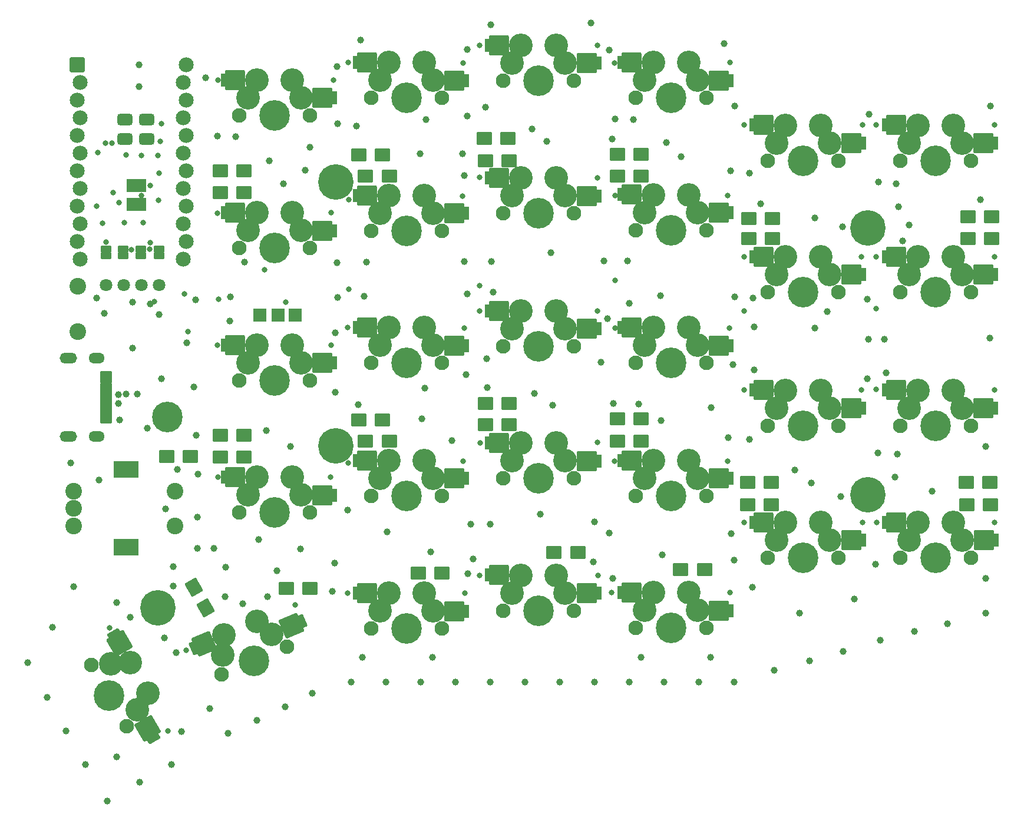
<source format=gts>
G04 #@! TF.GenerationSoftware,KiCad,Pcbnew,9.0.0*
G04 #@! TF.CreationDate,2025-03-10T16:50:29+08:00*
G04 #@! TF.ProjectId,SofleKeyboard,536f666c-654b-4657-9962-6f6172642e6b,rev?*
G04 #@! TF.SameCoordinates,Original*
G04 #@! TF.FileFunction,Soldermask,Top*
G04 #@! TF.FilePolarity,Negative*
%FSLAX46Y46*%
G04 Gerber Fmt 4.6, Leading zero omitted, Abs format (unit mm)*
G04 Created by KiCad (PCBNEW 9.0.0) date 2025-03-10 16:50:29*
%MOMM*%
%LPD*%
G01*
G04 APERTURE LIST*
G04 Aperture macros list*
%AMRoundRect*
0 Rectangle with rounded corners*
0 $1 Rounding radius*
0 $2 $3 $4 $5 $6 $7 $8 $9 X,Y pos of 4 corners*
0 Add a 4 corners polygon primitive as box body*
4,1,4,$2,$3,$4,$5,$6,$7,$8,$9,$2,$3,0*
0 Add four circle primitives for the rounded corners*
1,1,$1+$1,$2,$3*
1,1,$1+$1,$4,$5*
1,1,$1+$1,$6,$7*
1,1,$1+$1,$8,$9*
0 Add four rect primitives between the rounded corners*
20,1,$1+$1,$2,$3,$4,$5,0*
20,1,$1+$1,$4,$5,$6,$7,0*
20,1,$1+$1,$6,$7,$8,$9,0*
20,1,$1+$1,$8,$9,$2,$3,0*%
%AMFreePoly0*
4,1,45,2.776539,1.434775,2.811894,1.420130,2.884485,1.368623,2.920130,1.311894,2.934775,1.276539,2.950000,1.200000,2.950000,-0.800000,2.934775,-0.876539,2.920130,-0.911894,2.868623,-0.984485,2.862166,-0.990013,2.854546,-0.996261,2.838675,-1.008013,2.238675,-1.408013,2.185689,-1.433022,2.157954,-1.441419,2.100000,-1.450000,0.300000,-1.450000,0.223461,-1.434775,0.188106,-1.420130,
0.115515,-1.368623,0.079870,-1.311894,0.065225,-1.276539,0.050000,-1.200000,0.050000,-0.950000,-0.350000,-0.950000,-0.436777,-0.930194,-0.506366,-0.874698,-0.544986,-0.794504,-0.550000,-0.750000,-0.550000,0.750000,-0.530194,0.836777,-0.474698,0.906366,-0.394504,0.944986,-0.350000,0.950000,0.050000,0.950000,0.050000,1.200000,0.065225,1.276539,0.079870,1.311894,0.131377,1.384485,
0.188106,1.420130,0.223461,1.434775,0.300000,1.450000,2.700000,1.450000,2.776539,1.434775,2.776539,1.434775,$1*%
%AMFreePoly1*
4,1,41,-0.323461,1.434775,-0.288106,1.420130,-0.215515,1.368623,-0.179870,1.311894,-0.165225,1.276539,-0.150000,1.200000,-0.150000,0.950000,0.350000,0.950000,0.436777,0.930194,0.506366,0.874698,0.544986,0.794504,0.550000,0.750000,0.550000,-0.750000,0.530194,-0.836777,0.474698,-0.906366,0.394504,-0.944986,0.350000,-0.950000,-0.150000,-0.950000,-0.150000,-1.200000,-0.165225,-1.276539,
-0.179870,-1.311894,-0.231377,-1.384485,-0.288106,-1.420130,-0.323461,-1.434775,-0.400000,-1.450000,-2.800000,-1.450000,-2.876539,-1.434775,-2.911894,-1.420130,-2.984485,-1.368623,-3.020130,-1.311894,-3.034775,-1.276539,-3.050000,-1.200000,-3.050000,1.200000,-3.034775,1.276539,-3.020130,1.311894,-2.968623,1.384485,-2.911894,1.420130,-2.876539,1.434775,-2.800000,1.450000,-0.400000,1.450000,
-0.323461,1.434775,-0.323461,1.434775,$1*%
%AMFreePoly2*
4,1,23,0.586777,0.930194,0.656366,0.874698,0.666410,0.860940,1.166410,0.110940,1.198065,0.027751,1.190491,-0.060935,1.166410,-0.110940,0.666410,-0.860940,0.601795,-0.922156,0.517019,-0.949275,0.500000,-0.950000,-0.500000,-0.950000,-0.586777,-0.930194,-0.656366,-0.874698,-0.694986,-0.794504,-0.700000,-0.750000,-0.700000,0.750000,-0.680194,0.836777,-0.624698,0.906366,-0.544504,0.944986,
-0.500000,0.950000,0.500000,0.950000,0.586777,0.930194,0.586777,0.930194,$1*%
%AMFreePoly3*
4,1,24,0.586777,0.930194,0.656366,0.874698,0.694986,0.794504,0.700000,0.750000,0.700000,-0.750000,0.680194,-0.836777,0.624698,-0.906366,0.544504,-0.944986,0.500000,-0.950000,-0.650000,-0.950000,-0.736777,-0.930194,-0.806366,-0.874698,-0.844986,-0.794504,-0.844986,-0.705496,-0.816410,-0.639060,-0.390370,0.000000,-0.816410,0.639060,-0.848065,0.722249,-0.840491,0.810935,-0.795188,0.887551,
-0.721129,0.936924,-0.650000,0.950000,0.500000,0.950000,0.586777,0.930194,0.586777,0.930194,$1*%
G04 Aperture macros list end*
%ADD10C,5.100000*%
%ADD11RoundRect,0.200000X-0.876300X0.876300X-0.876300X-0.876300X0.876300X-0.876300X0.876300X0.876300X0*%
%ADD12C,2.152600*%
%ADD13RoundRect,0.200000X0.571500X-0.317500X0.571500X0.317500X-0.571500X0.317500X-0.571500X-0.317500X0*%
%ADD14RoundRect,0.200000X-0.900000X-0.750000X0.900000X-0.750000X0.900000X0.750000X-0.900000X0.750000X0*%
%ADD15RoundRect,0.200000X-1.099519X0.404423X-0.199519X-1.154423X1.099519X-0.404423X0.199519X1.154423X0*%
%ADD16C,2.100000*%
%ADD17C,3.400000*%
%ADD18C,4.400000*%
%ADD19FreePoly0,0.000000*%
%ADD20FreePoly1,0.000000*%
%ADD21FreePoly0,300.000000*%
%ADD22FreePoly1,300.000000*%
%ADD23FreePoly0,23.000000*%
%ADD24FreePoly1,23.000000*%
%ADD25RoundRect,0.200000X-0.762000X-0.762000X0.762000X-0.762000X0.762000X0.762000X-0.762000X0.762000X0*%
%ADD26RoundRect,0.200000X-0.762000X0.762000X-0.762000X-0.762000X0.762000X-0.762000X0.762000X0.762000X0*%
%ADD27C,1.797000*%
%ADD28C,2.400000*%
%ADD29RoundRect,0.200000X-1.600000X-1.000000X1.600000X-1.000000X1.600000X1.000000X-1.600000X1.000000X0*%
%ADD30FreePoly2,180.000000*%
%ADD31FreePoly3,180.000000*%
%ADD32FreePoly2,0.000000*%
%ADD33FreePoly3,0.000000*%
%ADD34RoundRect,0.200000X-0.650000X0.300000X-0.650000X-0.300000X0.650000X-0.300000X0.650000X0.300000X0*%
%ADD35RoundRect,0.200000X-0.650000X0.150000X-0.650000X-0.150000X0.650000X-0.150000X0.650000X0.150000X0*%
%ADD36O,2.300000X1.500000*%
%ADD37O,2.500000X1.500000*%
%ADD38RoundRect,0.330000X-0.745000X0.495000X-0.745000X-0.495000X0.745000X-0.495000X0.745000X0.495000X0*%
%ADD39C,0.800000*%
%ADD40C,1.000000*%
G04 APERTURE END LIST*
D10*
X129300000Y-59600000D03*
X205800000Y-66210000D03*
X205800000Y-104510000D03*
X103800000Y-120810000D03*
D11*
X92151400Y-42740000D03*
D12*
X92608600Y-45280000D03*
X92151400Y-47820000D03*
X92608600Y-50360000D03*
X92151400Y-52900000D03*
X92608600Y-55440000D03*
X92151400Y-57980000D03*
X92608600Y-60520000D03*
X92151400Y-63060000D03*
X92608600Y-65600000D03*
X92151400Y-68140000D03*
X92608600Y-70680000D03*
X107391400Y-70680000D03*
X107848600Y-68140000D03*
X107391400Y-65600000D03*
X107848600Y-63060000D03*
X107391400Y-60520000D03*
X107848600Y-57980000D03*
X107391400Y-55440000D03*
X107848600Y-52900000D03*
X107391400Y-50360000D03*
X107848600Y-47820000D03*
X107391400Y-45280000D03*
X107848600Y-42740000D03*
D13*
X103900000Y-70200380D03*
X103900000Y-69199620D03*
X101300000Y-70200380D03*
X101300000Y-69199620D03*
X98800000Y-70200380D03*
X98800000Y-69199620D03*
D14*
X112700000Y-58000000D03*
X116100000Y-58000000D03*
X132600000Y-55700000D03*
X136000000Y-55700000D03*
X150700000Y-53300000D03*
X154100000Y-53300000D03*
X169800000Y-55600000D03*
X173200000Y-55600000D03*
X188700000Y-64800000D03*
X192100000Y-64800000D03*
X220200000Y-64600000D03*
X223600000Y-64600000D03*
X112700000Y-61100000D03*
X116100000Y-61100000D03*
X133600000Y-58700000D03*
X137000000Y-58700000D03*
X150800000Y-56500000D03*
X154200000Y-56500000D03*
X169800000Y-58700000D03*
X173200000Y-58700000D03*
X188700000Y-67700000D03*
X192100000Y-67700000D03*
X220200000Y-67700000D03*
X223600000Y-67700000D03*
X112700000Y-96000000D03*
X116100000Y-96000000D03*
X132600000Y-93800000D03*
X136000000Y-93800000D03*
X150800000Y-91400000D03*
X154200000Y-91400000D03*
X169800000Y-93600000D03*
X173200000Y-93600000D03*
X188500000Y-102800000D03*
X191900000Y-102800000D03*
X219900000Y-102800000D03*
X223300000Y-102800000D03*
X112700000Y-99100000D03*
X116100000Y-99100000D03*
X133600000Y-96800000D03*
X137000000Y-96800000D03*
X150800000Y-94500000D03*
X154200000Y-94500000D03*
X169800000Y-96800000D03*
X173200000Y-96800000D03*
X188500000Y-106000000D03*
X191900000Y-106000000D03*
X220000000Y-106000000D03*
X223400000Y-106000000D03*
X105000000Y-99010000D03*
X108400000Y-99010000D03*
D15*
X108950000Y-117827757D03*
X110650000Y-120772243D03*
D14*
X122200000Y-118000000D03*
X125600000Y-118000000D03*
X141200000Y-115800000D03*
X144600000Y-115800000D03*
X160700000Y-112810000D03*
X164100000Y-112810000D03*
D16*
X115420000Y-50000000D03*
D17*
X116690000Y-47459999D03*
X117960000Y-44920000D03*
D18*
X120500000Y-50000000D03*
D17*
X123040000Y-44920000D03*
X124310000Y-47460000D03*
D16*
X125580000Y-50000000D03*
D19*
X113300000Y-44900000D03*
D20*
X129000000Y-47500000D03*
D16*
X115420000Y-69100000D03*
D17*
X116690000Y-66559999D03*
X117960000Y-64020000D03*
D18*
X120500000Y-69100000D03*
D17*
X123040000Y-64020000D03*
X124310000Y-66560000D03*
D16*
X125580000Y-69100000D03*
D19*
X113300000Y-64000000D03*
D20*
X129000000Y-66600000D03*
D16*
X115420000Y-88100000D03*
D17*
X116690000Y-85559999D03*
X117960000Y-83020000D03*
D18*
X120500000Y-88100000D03*
D17*
X123040000Y-83020000D03*
X124310000Y-85560000D03*
D16*
X125580000Y-88100000D03*
D19*
X113300000Y-83000000D03*
D20*
X129000000Y-85600000D03*
D16*
X115420000Y-107100000D03*
D17*
X116690000Y-104559999D03*
X117960000Y-102020000D03*
D18*
X120500000Y-107100000D03*
D17*
X123040000Y-102020000D03*
X124310000Y-104560000D03*
D16*
X125580000Y-107100000D03*
D19*
X113300000Y-102000000D03*
D20*
X129000000Y-104600000D03*
D16*
X94160000Y-129010591D03*
D17*
X96994705Y-128840443D03*
X99829409Y-128670295D03*
D18*
X96700000Y-133410000D03*
D17*
X102369409Y-133069705D03*
X100804705Y-135439557D03*
D16*
X99240000Y-137809409D03*
D21*
X97516730Y-124624617D03*
D22*
X103115064Y-139521216D03*
D16*
X112923835Y-130384914D03*
D17*
X113100419Y-127550602D03*
X113277004Y-124716292D03*
D18*
X117600000Y-128400000D03*
D17*
X117953168Y-122731378D03*
X120114666Y-124573232D03*
D16*
X122276165Y-126415086D03*
D23*
X108979636Y-126518689D03*
D24*
X124447463Y-122777523D03*
D16*
X134420000Y-123800000D03*
D17*
X135690000Y-121259999D03*
X136960000Y-118720000D03*
D18*
X139500000Y-123800000D03*
D17*
X142040000Y-118720000D03*
X143310000Y-121260000D03*
D16*
X144580000Y-123800000D03*
D19*
X132300000Y-118700000D03*
D20*
X148000000Y-121300000D03*
D16*
X153420000Y-121200000D03*
D17*
X154690000Y-118659999D03*
X155960000Y-116120000D03*
D18*
X158500000Y-121200000D03*
D17*
X161040000Y-116120000D03*
X162310000Y-118660000D03*
D16*
X163580000Y-121200000D03*
D19*
X151300000Y-116100000D03*
D20*
X167000000Y-118700000D03*
D13*
X96300000Y-70200380D03*
X96300000Y-69199620D03*
D25*
X123500000Y-78710000D03*
D26*
X121000000Y-78710000D03*
X118400000Y-78710000D03*
D27*
X96300000Y-74410000D03*
X98840000Y-74410000D03*
X101380000Y-74410000D03*
X103920000Y-74410000D03*
D14*
X178900000Y-115310000D03*
X182300000Y-115310000D03*
D18*
X105130000Y-93336000D03*
D16*
X134420000Y-85600000D03*
D17*
X135690000Y-83059999D03*
X136960000Y-80520000D03*
D18*
X139500000Y-85600000D03*
D17*
X142040000Y-80520000D03*
X143310000Y-83060000D03*
D16*
X144580000Y-85600000D03*
D19*
X132300000Y-80500000D03*
D20*
X148000000Y-83100000D03*
D16*
X134420000Y-104700000D03*
D17*
X135690000Y-102159999D03*
X136960000Y-99620000D03*
D18*
X139500000Y-104700000D03*
D17*
X142040000Y-99620000D03*
X143310000Y-102160000D03*
D16*
X144580000Y-104700000D03*
D19*
X132300000Y-99600000D03*
D20*
X148000000Y-102200000D03*
D16*
X134420000Y-66600000D03*
D17*
X135690000Y-64059999D03*
X136960000Y-61520000D03*
D18*
X139500000Y-66600000D03*
D17*
X142040000Y-61520000D03*
X143310000Y-64060000D03*
D16*
X144580000Y-66600000D03*
D19*
X132300000Y-61500000D03*
D20*
X148000000Y-64100000D03*
D16*
X134420000Y-47500000D03*
D17*
X135690000Y-44959999D03*
X136960000Y-42420000D03*
D18*
X139500000Y-47500000D03*
D17*
X142040000Y-42420000D03*
X143310000Y-44960000D03*
D16*
X144580000Y-47500000D03*
D19*
X132300000Y-42400000D03*
D20*
X148000000Y-45000000D03*
D16*
X153420000Y-83200000D03*
D17*
X154690000Y-80659999D03*
X155960000Y-78120000D03*
D18*
X158500000Y-83200000D03*
D17*
X161040000Y-78120000D03*
X162310000Y-80660000D03*
D16*
X163580000Y-83200000D03*
D19*
X151300000Y-78100000D03*
D20*
X167000000Y-80700000D03*
D16*
X153420000Y-45010000D03*
D17*
X154690000Y-42469999D03*
X155960000Y-39930000D03*
D18*
X158500000Y-45010000D03*
D17*
X161040000Y-39930000D03*
X162310000Y-42470000D03*
D16*
X163580000Y-45010000D03*
D19*
X151300000Y-39910000D03*
D20*
X167000000Y-42510000D03*
D16*
X153420000Y-64100000D03*
D17*
X154690000Y-61559999D03*
X155960000Y-59020000D03*
D18*
X158500000Y-64100000D03*
D17*
X161040000Y-59020000D03*
X162310000Y-61560000D03*
D16*
X163580000Y-64100000D03*
D19*
X151300000Y-59000000D03*
D20*
X167000000Y-61600000D03*
D16*
X153420000Y-102200000D03*
D17*
X154690000Y-99659999D03*
X155960000Y-97120000D03*
D18*
X158500000Y-102200000D03*
D17*
X161040000Y-97120000D03*
X162310000Y-99660000D03*
D16*
X163580000Y-102200000D03*
D19*
X151300000Y-97100000D03*
D20*
X167000000Y-99700000D03*
D16*
X172420000Y-104700000D03*
D17*
X173690000Y-102159999D03*
X174960000Y-99620000D03*
D18*
X177500000Y-104700000D03*
D17*
X180040000Y-99620000D03*
X181310000Y-102160000D03*
D16*
X182580000Y-104700000D03*
D19*
X170300000Y-99600000D03*
D20*
X186000000Y-102200000D03*
D16*
X172420000Y-66500000D03*
D17*
X173690000Y-63959999D03*
X174960000Y-61420000D03*
D18*
X177500000Y-66500000D03*
D17*
X180040000Y-61420000D03*
X181310000Y-63960000D03*
D16*
X182580000Y-66500000D03*
D19*
X170300000Y-61400000D03*
D20*
X186000000Y-64000000D03*
D16*
X172420000Y-123700000D03*
D17*
X173690000Y-121159999D03*
X174960000Y-118620000D03*
D18*
X177500000Y-123700000D03*
D17*
X180040000Y-118620000D03*
X181310000Y-121160000D03*
D16*
X182580000Y-123700000D03*
D19*
X170300000Y-118600000D03*
D20*
X186000000Y-121200000D03*
D16*
X172420000Y-85600000D03*
D17*
X173690000Y-83059999D03*
X174960000Y-80520000D03*
D18*
X177500000Y-85600000D03*
D17*
X180040000Y-80520000D03*
X181310000Y-83060000D03*
D16*
X182580000Y-85600000D03*
D19*
X170300000Y-80500000D03*
D20*
X186000000Y-83100000D03*
D16*
X172420000Y-47500000D03*
D17*
X173690000Y-44959999D03*
X174960000Y-42420000D03*
D18*
X177500000Y-47500000D03*
D17*
X180040000Y-42420000D03*
X181310000Y-44960000D03*
D16*
X182580000Y-47500000D03*
D19*
X170300000Y-42400000D03*
D20*
X186000000Y-45000000D03*
D16*
X191420000Y-56500000D03*
D17*
X192690000Y-53959999D03*
X193960000Y-51420000D03*
D18*
X196500000Y-56500000D03*
D17*
X199040000Y-51420000D03*
X200310000Y-53960000D03*
D16*
X201580000Y-56500000D03*
D19*
X189300000Y-51400000D03*
D20*
X205000000Y-54000000D03*
D16*
X191420000Y-113600000D03*
D17*
X192690000Y-111059999D03*
X193960000Y-108520000D03*
D18*
X196500000Y-113600000D03*
D17*
X199040000Y-108520000D03*
X200310000Y-111060000D03*
D16*
X201580000Y-113600000D03*
D19*
X189300000Y-108500000D03*
D20*
X205000000Y-111100000D03*
D16*
X210420000Y-94600000D03*
D17*
X211690000Y-92059999D03*
X212960000Y-89520000D03*
D18*
X215500000Y-94600000D03*
D17*
X218040000Y-89520000D03*
X219310000Y-92060000D03*
D16*
X220580000Y-94600000D03*
D19*
X208300000Y-89500000D03*
D20*
X224000000Y-92100000D03*
D16*
X210470000Y-113600000D03*
D17*
X211740000Y-111059999D03*
X213010000Y-108520000D03*
D18*
X215550000Y-113600000D03*
D17*
X218090000Y-108520000D03*
X219360000Y-111060000D03*
D16*
X220630000Y-113600000D03*
D19*
X208350000Y-108500000D03*
D20*
X224050000Y-111100000D03*
D16*
X210420000Y-56500000D03*
D17*
X211690000Y-53959999D03*
X212960000Y-51420000D03*
D18*
X215500000Y-56500000D03*
D17*
X218040000Y-51420000D03*
X219310000Y-53960000D03*
D16*
X220580000Y-56500000D03*
D19*
X208300000Y-51400000D03*
D20*
X224000000Y-54000000D03*
D16*
X210420000Y-75400000D03*
D17*
X211690000Y-72859999D03*
X212960000Y-70320000D03*
D18*
X215500000Y-75400000D03*
D17*
X218040000Y-70320000D03*
X219310000Y-72860000D03*
D16*
X220580000Y-75400000D03*
D19*
X208300000Y-70300000D03*
D20*
X224000000Y-72900000D03*
D16*
X191420000Y-94600000D03*
D17*
X192690000Y-92059999D03*
X193960000Y-89520000D03*
D18*
X196500000Y-94600000D03*
D17*
X199040000Y-89520000D03*
X200310000Y-92060000D03*
D16*
X201580000Y-94600000D03*
D19*
X189300000Y-89500000D03*
D20*
X205000000Y-92100000D03*
D16*
X191420000Y-75400000D03*
D17*
X192690000Y-72859999D03*
X193960000Y-70320000D03*
D18*
X196500000Y-75400000D03*
D17*
X199040000Y-70320000D03*
X200310000Y-72860000D03*
D16*
X201580000Y-75400000D03*
D19*
X189300000Y-70300000D03*
D20*
X205000000Y-72900000D03*
D10*
X129300000Y-97510000D03*
D28*
X91700000Y-104000000D03*
X91700000Y-109000000D03*
X91700000Y-106500000D03*
D29*
X99200000Y-100900000D03*
X99200000Y-112100000D03*
D28*
X106200000Y-109000000D03*
X106200000Y-104000000D03*
D30*
X101425000Y-62810000D03*
D31*
X99975000Y-62810000D03*
D32*
X99950000Y-60110000D03*
D33*
X101400000Y-60110000D03*
D28*
X92280000Y-81052000D03*
X92280000Y-74552000D03*
D34*
X96290000Y-87262000D03*
X96290000Y-88062000D03*
D35*
X96290000Y-89262000D03*
X96290000Y-90262000D03*
X96290000Y-90762000D03*
X96290000Y-91762000D03*
D34*
X96290000Y-92962000D03*
X96290000Y-93762000D03*
X96290000Y-93762000D03*
X96290000Y-92962000D03*
D35*
X96290000Y-92262000D03*
X96290000Y-91262000D03*
X96290000Y-89762000D03*
X96290000Y-88762000D03*
D34*
X96290000Y-88062000D03*
X96290000Y-87262000D03*
D36*
X94940000Y-84892000D03*
D37*
X90940000Y-84892000D03*
D36*
X94940000Y-96132000D03*
D37*
X90940000Y-96132000D03*
D38*
X102200000Y-50610000D03*
X102200000Y-50610000D03*
X102200000Y-53410000D03*
X102200000Y-53410000D03*
X99000000Y-50610000D03*
X99000000Y-50610000D03*
X99000000Y-53410000D03*
X99000000Y-53410000D03*
D39*
X129000000Y-44910000D03*
X147600000Y-42500000D03*
X166900000Y-39910000D03*
X186000000Y-42410000D03*
X205000000Y-51410000D03*
X224000000Y-51410000D03*
X128700000Y-64000000D03*
X147500000Y-61600000D03*
X166900000Y-59010000D03*
X185600000Y-61500000D03*
X204900000Y-70310000D03*
X224000000Y-70310000D03*
X128700000Y-83000002D03*
X147800000Y-80600000D03*
X166900000Y-78110000D03*
X185900000Y-80600000D03*
X204900000Y-89510000D03*
X224000000Y-89510000D03*
X128600000Y-102000000D03*
X147600000Y-99700000D03*
X166900000Y-97010000D03*
X185600000Y-99700000D03*
X205000000Y-108510000D03*
X224000000Y-108510000D03*
X105200000Y-138510000D03*
X123500000Y-120410000D03*
X147900000Y-118710000D03*
D40*
X102640000Y-77082000D03*
D39*
X103278891Y-76750891D03*
X108050000Y-81060000D03*
X99988501Y-69316621D03*
D40*
X96290000Y-92962000D03*
X96290000Y-88062000D03*
D39*
X103930000Y-58352000D03*
D40*
X188750000Y-96610000D03*
X142330000Y-50652000D03*
X109180000Y-76552000D03*
X166500000Y-108460000D03*
D39*
X96300000Y-68200000D03*
D40*
X104880000Y-106552000D03*
X222730000Y-116552000D03*
X176030000Y-75902000D03*
X109530000Y-101602000D03*
X129280000Y-81252000D03*
X183255000Y-92052000D03*
X99780000Y-122152000D03*
X149030000Y-113752000D03*
X186530000Y-131452000D03*
X172080000Y-50602000D03*
X195930000Y-121552000D03*
X100830000Y-90052000D03*
X222730000Y-121552000D03*
X208430000Y-87002000D03*
X105680000Y-143352000D03*
X157530000Y-52002000D03*
X148080000Y-87302000D03*
X101080000Y-42752000D03*
X167430000Y-85452000D03*
X161530000Y-131452000D03*
X146030000Y-96727000D03*
X201890000Y-104782000D03*
X133180000Y-127877000D03*
X189250000Y-76260000D03*
X115950000Y-120210000D03*
X168630000Y-40652000D03*
X151580000Y-36952000D03*
X203805000Y-119527000D03*
X202130000Y-66052000D03*
X209850000Y-59810000D03*
X189450000Y-86610000D03*
X104730000Y-125152000D03*
X101180000Y-145852000D03*
X121830000Y-59802000D03*
X166300000Y-114210000D03*
D39*
X103780000Y-55752000D03*
D40*
X156530000Y-131452000D03*
X160230000Y-69777000D03*
X94930000Y-76252000D03*
X133700000Y-71060000D03*
X169480000Y-50502000D03*
X199980000Y-78202000D03*
X128850000Y-118410000D03*
X173180000Y-127877000D03*
X207280000Y-59602000D03*
D39*
X107600000Y-75710000D03*
D40*
X176280000Y-113152000D03*
X113880000Y-138802000D03*
X143180000Y-127877000D03*
X122830000Y-97602000D03*
X119780000Y-56502000D03*
X114080000Y-79552000D03*
X210180000Y-63152000D03*
X198130000Y-64752000D03*
X118205000Y-111002000D03*
X159680000Y-53702000D03*
X93380000Y-143352000D03*
D39*
X95130000Y-55352000D03*
D40*
X124250000Y-112360000D03*
X132280000Y-51552000D03*
X168330000Y-79252000D03*
X205730000Y-76402000D03*
X141730000Y-93602000D03*
X141530000Y-131452000D03*
X171530000Y-131452000D03*
X147530000Y-55502000D03*
D39*
X101630000Y-65452000D03*
D40*
X176080000Y-93852000D03*
X106530000Y-100902000D03*
X129580000Y-76152000D03*
D39*
X101430000Y-55752000D03*
D40*
X98280000Y-93752000D03*
X151650000Y-71010000D03*
X207230000Y-98502000D03*
X129280000Y-89852000D03*
X195280000Y-101002000D03*
X205730000Y-87852000D03*
X114980000Y-53060000D03*
X107130000Y-138552000D03*
X205980000Y-49852000D03*
X104280000Y-87902000D03*
X96030000Y-78452000D03*
X119500000Y-119160000D03*
X129580000Y-51202000D03*
X118030000Y-137002000D03*
X119303662Y-95296143D03*
X206930000Y-114502000D03*
X91680000Y-117752000D03*
X223380000Y-48702000D03*
X186380000Y-85852000D03*
X129180000Y-114352000D03*
X208200000Y-82160000D03*
X150830000Y-48852000D03*
X183180000Y-127877000D03*
X197430000Y-128452000D03*
X109305000Y-96002000D03*
X197630000Y-102852000D03*
X190380000Y-62752000D03*
X91230000Y-100002000D03*
X151080000Y-89152000D03*
X221930000Y-62152000D03*
X113400000Y-119160000D03*
X189480000Y-80402000D03*
X125630000Y-54552000D03*
X176830000Y-53952000D03*
X141430000Y-55552000D03*
X148700000Y-108760000D03*
X169230000Y-91452000D03*
X186130000Y-110102000D03*
X87880000Y-133702000D03*
X100161362Y-76861174D03*
D39*
X95800000Y-65510000D03*
D40*
X168580000Y-110052000D03*
X112330000Y-53010000D03*
X142130000Y-89252000D03*
X132530000Y-91602000D03*
X124930000Y-57902000D03*
X122030000Y-135052000D03*
D39*
X96229300Y-53980700D03*
D40*
X185130000Y-39652000D03*
X132930000Y-39152000D03*
D39*
X122130000Y-76852000D03*
D40*
X198180000Y-80602000D03*
X102230000Y-95002000D03*
X129480000Y-71152000D03*
D39*
X103830000Y-62252000D03*
D40*
X209650000Y-102022000D03*
X176530000Y-131452000D03*
X148180000Y-40552000D03*
X101030000Y-45902000D03*
X178980000Y-55952000D03*
X148300000Y-115910000D03*
X125980000Y-133102000D03*
X85080000Y-128702000D03*
X186680000Y-48652000D03*
X181530000Y-131452000D03*
X223280000Y-82002000D03*
X158730000Y-107327000D03*
X171230000Y-70902000D03*
X88580000Y-123552000D03*
X148230000Y-75702000D03*
X169030000Y-53402000D03*
X185730000Y-96352000D03*
X114180000Y-76102000D03*
X95330000Y-102452000D03*
X120850000Y-115460000D03*
X166530000Y-131452000D03*
X148180000Y-50102000D03*
X186030000Y-58002000D03*
X146530000Y-131452000D03*
X109480000Y-107802000D03*
X136530000Y-131452000D03*
X105950000Y-114860000D03*
D39*
X104300000Y-51210000D03*
D40*
X147805000Y-58677000D03*
X172880000Y-91502000D03*
X110605000Y-44602000D03*
X106350000Y-127210000D03*
X205850000Y-82210000D03*
X131530000Y-131452000D03*
X212480000Y-124202000D03*
X136680000Y-109902000D03*
X214980000Y-104052000D03*
X210030000Y-98702000D03*
X97880000Y-142227000D03*
X211680000Y-65752000D03*
X113500000Y-114960000D03*
X207530000Y-125452000D03*
X210755000Y-68052000D03*
X129530000Y-43002000D03*
X186550000Y-113910000D03*
X103930000Y-78652000D03*
X202230000Y-127052000D03*
X165980000Y-36752000D03*
X151930000Y-75402000D03*
X107930000Y-82702000D03*
X108930000Y-89052000D03*
X160480000Y-91702000D03*
D39*
X99180000Y-55702000D03*
D40*
X171530000Y-77002000D03*
X109450000Y-112210000D03*
D39*
X98930000Y-65452000D03*
D40*
X157830000Y-90002000D03*
X150980000Y-84952000D03*
X96480000Y-148552000D03*
X167880000Y-70902000D03*
X111800000Y-112260000D03*
X116230000Y-71127000D03*
X111205000Y-135252000D03*
X105930000Y-117702000D03*
X131005000Y-106727000D03*
D39*
X104105000Y-53777000D03*
D40*
X151530000Y-131452000D03*
X186650000Y-76110000D03*
X189200000Y-117810000D03*
X188780000Y-58302000D03*
X142980000Y-112752000D03*
X192330000Y-129802000D03*
X151550000Y-108810000D03*
D39*
X95000000Y-63060000D03*
D40*
X222700000Y-97560000D03*
X97800000Y-120010000D03*
X147800000Y-71010000D03*
X133380000Y-76052000D03*
X100130000Y-83452000D03*
X217230000Y-123052000D03*
X90580000Y-138502000D03*
X169100000Y-116560000D03*
D39*
X207100000Y-108510000D03*
X169000000Y-118610000D03*
X207000000Y-89410000D03*
X207000000Y-51410000D03*
X207000000Y-70310000D03*
X207000000Y-77810000D03*
X188000000Y-51410000D03*
X188000000Y-70310000D03*
X188000000Y-78110000D03*
X188000000Y-89510000D03*
X188000000Y-108510000D03*
X150000000Y-116110000D03*
X131000000Y-118710000D03*
X169400000Y-99700000D03*
X169500000Y-73710000D03*
X169500000Y-61500000D03*
X169400000Y-42500000D03*
X169500000Y-80600000D03*
X150000000Y-58910000D03*
X107800000Y-126910000D03*
X150000000Y-39910000D03*
X150000000Y-74460000D03*
X150000000Y-78110000D03*
X150100000Y-97110000D03*
X131200000Y-62110000D03*
X131100000Y-42410000D03*
X131200000Y-75010000D03*
X131100000Y-100010000D03*
X96800000Y-123710000D03*
X131000000Y-80510000D03*
X102700000Y-60110000D03*
X102700000Y-68300000D03*
X119050000Y-72210000D03*
X101400000Y-61510000D03*
X102600000Y-69200000D03*
X167000000Y-116110000D03*
X97200000Y-54010000D03*
X186000000Y-118610000D03*
X112400000Y-101999990D03*
X112399986Y-44900000D03*
X112499999Y-76410001D03*
X112300000Y-83000000D03*
X112300000Y-64100000D03*
X98200000Y-62510000D03*
D40*
X99210000Y-90102000D03*
D39*
X97323501Y-61136499D03*
D40*
X98120000Y-90122000D03*
X98130000Y-91392000D03*
M02*

</source>
